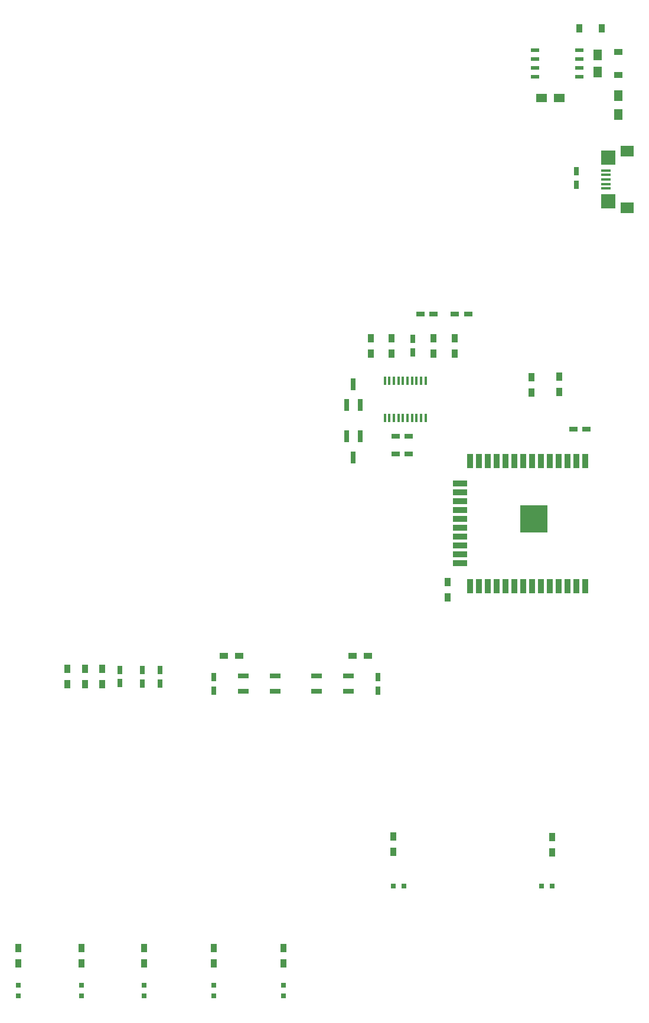
<source format=gtp>
G04 #@! TF.FileFunction,Paste,Top*
%FSLAX46Y46*%
G04 Gerber Fmt 4.6, Leading zero omitted, Abs format (unit mm)*
G04 Created by KiCad (PCBNEW 4.0.1-stable) date Monday, 18 September 2017 'pmt' 22:45:53*
%MOMM*%
G01*
G04 APERTURE LIST*
%ADD10C,0.100000*%
%ADD11R,1.500000X1.250000*%
%ADD12R,0.750000X1.200000*%
%ADD13R,1.250000X1.500000*%
%ADD14R,1.200000X0.750000*%
%ADD15R,0.797560X0.797560*%
%ADD16R,0.910000X1.220000*%
%ADD17R,1.220000X0.910000*%
%ADD18R,1.300000X1.500000*%
%ADD19R,0.800100X1.800860*%
%ADD20R,0.900000X1.200000*%
%ADD21R,1.200000X0.900000*%
%ADD22R,1.500000X0.700000*%
%ADD23R,1.143000X0.508000*%
%ADD24R,0.900000X2.000000*%
%ADD25R,2.000000X0.900000*%
%ADD26R,4.000000X4.000000*%
%ADD27R,0.406400X1.270000*%
%ADD28R,1.350000X0.400000*%
%ADD29R,2.000000X2.100000*%
%ADD30R,1.900000X1.600000*%
G04 APERTURE END LIST*
D10*
D11*
X98500000Y133000000D03*
X96000000Y133000000D03*
D12*
X38750000Y49050000D03*
X38750000Y50950000D03*
X41250000Y50950000D03*
X41250000Y49050000D03*
X35500000Y51000000D03*
X35500000Y49100000D03*
D13*
X104000000Y139250000D03*
X104000000Y136750000D03*
D12*
X72500000Y49950000D03*
X72500000Y48050000D03*
D14*
X75050000Y84500000D03*
X76950000Y84500000D03*
X100550000Y85500000D03*
X102450000Y85500000D03*
D12*
X101000000Y122500000D03*
X101000000Y120600000D03*
D14*
X75050000Y82000000D03*
X76950000Y82000000D03*
X80500000Y102000000D03*
X78600000Y102000000D03*
D12*
X77500000Y96550000D03*
X77500000Y98450000D03*
D14*
X83550000Y102000000D03*
X85450000Y102000000D03*
D12*
X49000000Y49950000D03*
X49000000Y48050000D03*
D15*
X74750700Y20000000D03*
X76249300Y20000000D03*
X97498600Y20000000D03*
X96000000Y20000000D03*
D16*
X104635000Y143000000D03*
X101365000Y143000000D03*
D15*
X21000000Y4250700D03*
X21000000Y5749300D03*
D17*
X107000000Y139635000D03*
X107000000Y136365000D03*
D15*
X39000000Y4250700D03*
X39000000Y5749300D03*
X30000000Y4250700D03*
X30000000Y5749300D03*
X59000000Y5749300D03*
X59000000Y4250700D03*
X49000000Y5749300D03*
X49000000Y4250700D03*
D18*
X107000000Y133350000D03*
X107000000Y130650000D03*
D19*
X69950000Y84501140D03*
X68050000Y84501140D03*
X69000000Y81498860D03*
X68050000Y89000000D03*
X69950000Y89000000D03*
X69000000Y92002280D03*
D20*
X28000000Y51150000D03*
X28000000Y48950000D03*
X74750000Y27100000D03*
X74750000Y24900000D03*
X97500000Y27000000D03*
X97500000Y24800000D03*
X94500000Y93000000D03*
X94500000Y90800000D03*
X98500000Y90900000D03*
X98500000Y93100000D03*
X21000000Y8900000D03*
X21000000Y11100000D03*
D21*
X71100000Y53000000D03*
X68900000Y53000000D03*
D20*
X71500000Y98600000D03*
X71500000Y96400000D03*
X74500000Y96400000D03*
X74500000Y98600000D03*
X80500000Y96400000D03*
X80500000Y98600000D03*
X83500000Y96400000D03*
X83500000Y98600000D03*
X82500000Y63600000D03*
X82500000Y61400000D03*
X33000000Y51150000D03*
X33000000Y48950000D03*
X30500000Y51150000D03*
X30500000Y48950000D03*
D21*
X50400000Y53000000D03*
X52600000Y53000000D03*
D20*
X39000000Y8900000D03*
X39000000Y11100000D03*
X30000000Y8900000D03*
X30000000Y11100000D03*
X59000000Y11100000D03*
X59000000Y8900000D03*
X49000000Y11100000D03*
X49000000Y8900000D03*
D22*
X68300000Y50100000D03*
X68300000Y47900000D03*
X63700000Y50100000D03*
X63700000Y47900000D03*
X57800000Y50100000D03*
X57800000Y47900000D03*
X53200000Y50100000D03*
X53200000Y47900000D03*
D23*
X101425000Y139905000D03*
X101425000Y138635000D03*
X101425000Y137365000D03*
X101425000Y136095000D03*
X95075000Y136095000D03*
X95075000Y137365000D03*
X95075000Y138635000D03*
X95075000Y139905000D03*
D24*
X102260000Y81000000D03*
X100990000Y81000000D03*
X99720000Y81000000D03*
X98450000Y81000000D03*
X97180000Y81000000D03*
X95910000Y81000000D03*
X94640000Y81000000D03*
X93370000Y81000000D03*
X92100000Y81000000D03*
X90830000Y81000000D03*
X89560000Y81000000D03*
X88290000Y81000000D03*
X87020000Y81000000D03*
X85750000Y81000000D03*
D25*
X84250000Y77720000D03*
X84250000Y76450000D03*
X84250000Y75180000D03*
X84250000Y73910000D03*
X84250000Y72640000D03*
X84250000Y71370000D03*
X84250000Y70100000D03*
X84250000Y68830000D03*
X84250000Y67560000D03*
X84250000Y66290000D03*
D24*
X85750000Y63000000D03*
X87020000Y63000000D03*
X88290000Y63000000D03*
X89560000Y63000000D03*
X90830000Y63000000D03*
X92100000Y63000000D03*
X93370000Y63000000D03*
X94640000Y63000000D03*
X95910000Y63000000D03*
X97180000Y63000000D03*
X98450000Y63000000D03*
X99720000Y63000000D03*
X100990000Y63000000D03*
X102260000Y63000000D03*
D26*
X94850000Y72700000D03*
D27*
X73500000Y87166000D03*
X74135000Y87166000D03*
X74795400Y87166000D03*
X75455800Y87166000D03*
X76090800Y87166000D03*
X76751200Y87166000D03*
X77411600Y87166000D03*
X78046600Y87166000D03*
X78707000Y87166000D03*
X79342000Y87166000D03*
X79342000Y92500000D03*
X78707000Y92500000D03*
X78046600Y92500000D03*
X77411600Y92500000D03*
X76751200Y92500000D03*
X76090800Y92500000D03*
X75455800Y92500000D03*
X74795400Y92500000D03*
X74135000Y92500000D03*
X73500000Y92500000D03*
D28*
X105200000Y122650000D03*
X105200000Y122000000D03*
X105200000Y121350000D03*
X105200000Y120700000D03*
X105200000Y120050000D03*
D29*
X105525000Y118250000D03*
X105525000Y124450000D03*
D30*
X108225000Y117250000D03*
X108225000Y125450000D03*
M02*

</source>
